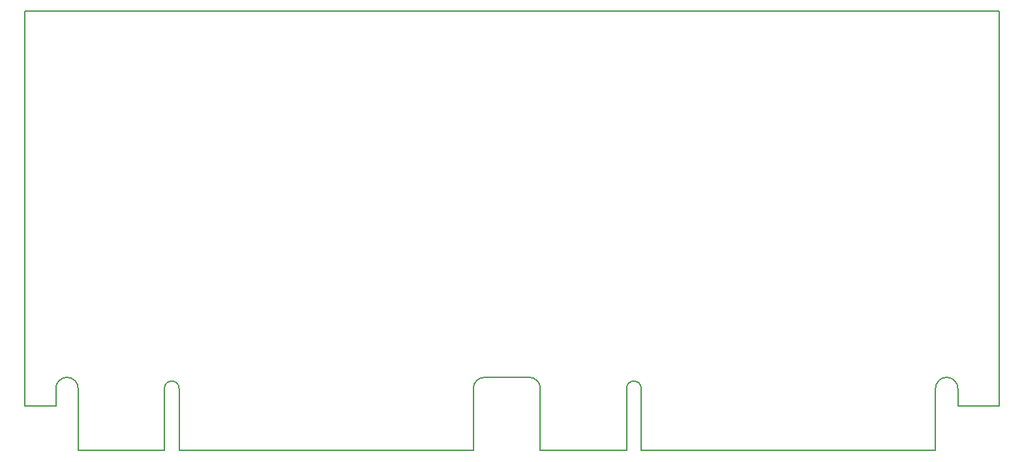
<source format=gko>
G04 #@! TF.FileFunction,Profile,NP*
%FSLAX46Y46*%
G04 Gerber Fmt 4.6, Leading zero omitted, Abs format (unit mm)*
G04 Created by KiCad (PCBNEW 4.0.4-stable) date 01/25/18 18:30:54*
%MOMM*%
%LPD*%
G01*
G04 APERTURE LIST*
%ADD10C,0.100000*%
%ADD11C,0.150000*%
G04 APERTURE END LIST*
D10*
D11*
X166500000Y-176250000D02*
X161100000Y-176250000D01*
X166500000Y-125000000D02*
X166500000Y-176250000D01*
X40000000Y-125000000D02*
X166500000Y-125000000D01*
X40000000Y-176250000D02*
X40000000Y-125000000D01*
X44000000Y-176250000D02*
X40000000Y-176250000D01*
X161100000Y-174050000D02*
X161100000Y-176250000D01*
X161099139Y-174049970D02*
G75*
G03X158200000Y-174000000I-1449139J49970D01*
G01*
X158200000Y-182050000D02*
X158200000Y-174000000D01*
X120000000Y-182050000D02*
X158200000Y-182050000D01*
X120000000Y-174000000D02*
X120000000Y-182050000D01*
X120000000Y-174000000D02*
G75*
G03X118100000Y-174000000I-950000J0D01*
G01*
X118100000Y-182050000D02*
X118100000Y-174000000D01*
X106900000Y-182050000D02*
X118100000Y-182050000D01*
X106900000Y-174050000D02*
X106900000Y-182050000D01*
X99700000Y-172550000D02*
X105450000Y-172550000D01*
X106899139Y-174049968D02*
G75*
G03X105450000Y-172550000I-1449139J49968D01*
G01*
X99698306Y-172550805D02*
G75*
G03X98200000Y-174000000I-48306J-1449195D01*
G01*
X98200000Y-182050000D02*
X98200000Y-174000000D01*
X60000000Y-182050000D02*
X98200000Y-182050000D01*
X44000000Y-174000000D02*
X44000000Y-176250000D01*
X46899139Y-174049970D02*
G75*
G03X44000000Y-174000000I-1449139J49970D01*
G01*
X46900000Y-182050000D02*
X46900000Y-174050000D01*
X58100000Y-182050000D02*
X46900000Y-182050000D01*
X58100000Y-174000000D02*
X58100000Y-182050000D01*
X60000000Y-174000000D02*
G75*
G03X58100000Y-174000000I-950000J0D01*
G01*
X60000000Y-182050000D02*
X60000000Y-174000000D01*
M02*

</source>
